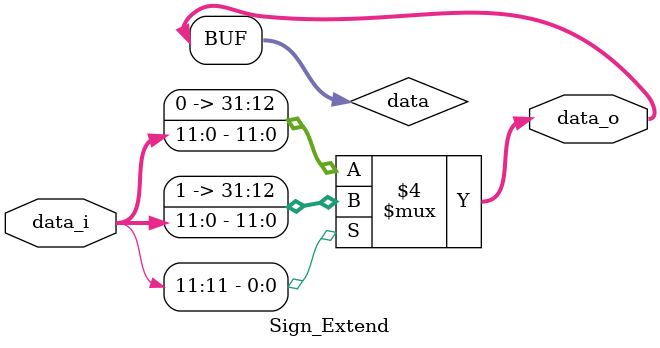
<source format=v>
module Sign_Extend
(
    data_i,
    data_o 
);

input [11:0] data_i;
output [31:0] data_o;
reg [31:0] data;
assign data_o= data;
always @ (*) begin
    if (data_i[11]==1'b1) begin
        data={{20{1'b1}}, data_i};
    end
    else begin
        data={{20{1'b0}}, data_i};
    end
end

endmodule
</source>
